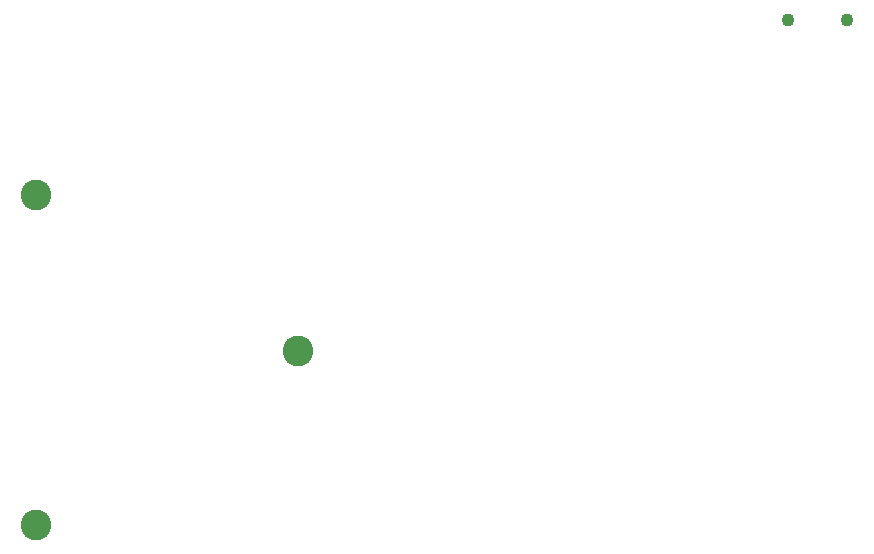
<source format=gbr>
%TF.GenerationSoftware,KiCad,Pcbnew,(6.0.4)*%
%TF.CreationDate,2022-11-07T20:33:16+01:00*%
%TF.ProjectId,swmeter,73776d65-7465-4722-9e6b-696361645f70,0.2*%
%TF.SameCoordinates,PX5d9f490PY775a330*%
%TF.FileFunction,NonPlated,1,2,NPTH,Drill*%
%TF.FilePolarity,Positive*%
%FSLAX46Y46*%
G04 Gerber Fmt 4.6, Leading zero omitted, Abs format (unit mm)*
G04 Created by KiCad (PCBNEW (6.0.4)) date 2022-11-07 20:33:16*
%MOMM*%
%LPD*%
G01*
G04 APERTURE LIST*
%TA.AperFunction,ComponentDrill*%
%ADD10C,1.100000*%
%TD*%
%TA.AperFunction,ComponentDrill*%
%ADD11C,2.600000*%
%TD*%
G04 APERTURE END LIST*
D10*
%TO.C,J1*%
X71255000Y59750000D03*
X76255000Y59750000D03*
D11*
%TO.C,BT1*%
X7630000Y44950000D03*
X7630000Y16950000D03*
X29830000Y31700000D03*
M02*

</source>
